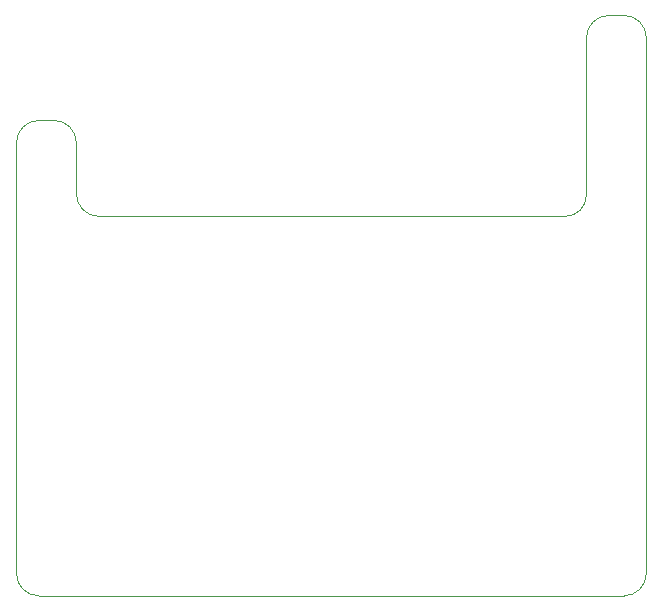
<source format=gbr>
G04 #@! TF.GenerationSoftware,KiCad,Pcbnew,(5.1.5)-3*
G04 #@! TF.CreationDate,2020-02-23T10:36:17-08:00*
G04 #@! TF.ProjectId,ATTiny85,41545469-6e79-4383-952e-6b696361645f,rev?*
G04 #@! TF.SameCoordinates,Original*
G04 #@! TF.FileFunction,Profile,NP*
%FSLAX46Y46*%
G04 Gerber Fmt 4.6, Leading zero omitted, Abs format (unit mm)*
G04 Created by KiCad (PCBNEW (5.1.5)-3) date 2020-02-23 10:36:17*
%MOMM*%
%LPD*%
G04 APERTURE LIST*
%ADD10C,0.100000*%
G04 APERTURE END LIST*
D10*
X150495000Y-105791000D02*
X149225000Y-105791000D01*
X152400000Y-107696000D02*
X152400000Y-111887000D01*
X195580000Y-112141000D02*
X195580000Y-98806000D01*
X154305000Y-113923229D02*
G75*
G02X152400000Y-111887000I0J1909229D01*
G01*
X150495000Y-105791000D02*
G75*
G02X152400000Y-107696000I0J-1905000D01*
G01*
X198755000Y-146050000D02*
X149225000Y-146050000D01*
X147320000Y-107696000D02*
G75*
G02X149225000Y-105791000I1905000J0D01*
G01*
X149225000Y-146050000D02*
G75*
G02X147320000Y-144145000I0J1905000D01*
G01*
X200660000Y-143510000D02*
X200660000Y-144145000D01*
X200660000Y-144145000D02*
G75*
G02X198755000Y-146050000I-1905000J0D01*
G01*
X147320000Y-144145000D02*
X147320000Y-107696000D01*
X197485000Y-96901000D02*
X198755000Y-96901000D01*
X195580000Y-112141000D02*
G75*
G02X193802000Y-113919000I-1778000J0D01*
G01*
X200660000Y-98806000D02*
X200660000Y-143510000D01*
X154305000Y-113923229D02*
X193802000Y-113919000D01*
X195580000Y-98806000D02*
G75*
G02X197485000Y-96901000I1905000J0D01*
G01*
X198755000Y-96901000D02*
G75*
G02X200660000Y-98806000I0J-1905000D01*
G01*
M02*

</source>
